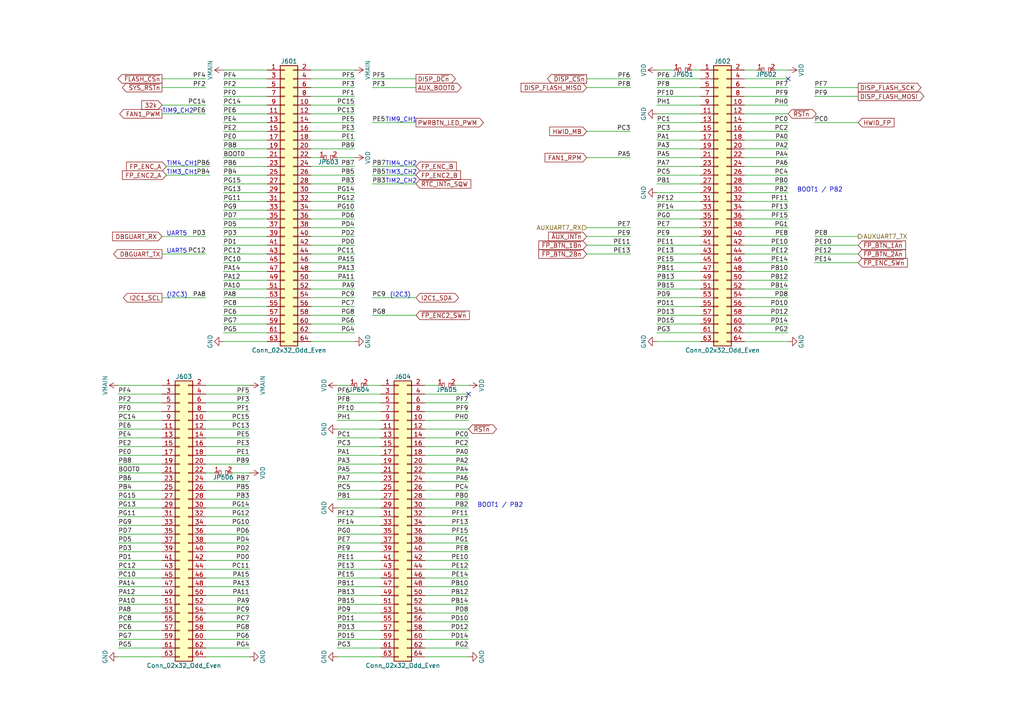
<source format=kicad_sch>
(kicad_sch (version 20211123) (generator eeschema)
  (paper "A4")
  (title_block (title "Connections to F429DISCO1 dev board") (date "2020-12-13") (rev "r0.1") (company "MaJo"))
  (lib_symbols
    (symbol "Connector_Generic:Conn_02x32_Odd_Even" (pin_names (offset 1.016) hide)
      (property "Reference" "J" (at 1.27 40.64 0))
      (property "Value" "Conn_02x32_Odd_Even" (at 1.27 -43.18 0))
      (symbol "Conn_02x32_Odd_Even_1_1"
        (rectangle (start -1.27 -40.513) (end 0 -40.767) (stroke (width 0.1524)))
        (rectangle (start -1.27 -37.973) (end 0 -38.227) (stroke (width 0.1524)))
        (rectangle (start -1.27 -35.433) (end 0 -35.687) (stroke (width 0.1524)))
        (rectangle (start -1.27 -32.893) (end 0 -33.147) (stroke (width 0.1524)))
        (rectangle (start -1.27 -30.353) (end 0 -30.607) (stroke (width 0.1524)))
        (rectangle (start -1.27 -27.813) (end 0 -28.067) (stroke (width 0.1524)))
        (rectangle (start -1.27 -25.273) (end 0 -25.527) (stroke (width 0.1524)))
        (rectangle (start -1.27 -22.733) (end 0 -22.987) (stroke (width 0.1524)))
        (rectangle (start -1.27 -20.193) (end 0 -20.447) (stroke (width 0.1524)))
        (rectangle (start -1.27 -17.653) (end 0 -17.907) (stroke (width 0.1524)))
        (rectangle (start -1.27 -15.113) (end 0 -15.367) (stroke (width 0.1524)))
        (rectangle (start -1.27 -12.573) (end 0 -12.827) (stroke (width 0.1524)))
        (rectangle (start -1.27 -10.033) (end 0 -10.287) (stroke (width 0.1524)))
        (rectangle (start -1.27 -7.493) (end 0 -7.747) (stroke (width 0.1524)))
        (rectangle (start -1.27 -4.953) (end 0 -5.207) (stroke (width 0.1524)))
        (rectangle (start -1.27 -2.413) (end 0 -2.667) (stroke (width 0.1524)))
        (rectangle (start -1.27 0.127) (end 0 -0.127) (stroke (width 0.1524)))
        (rectangle (start -1.27 2.667) (end 0 2.413) (stroke (width 0.1524)))
        (rectangle (start -1.27 5.207) (end 0 4.953) (stroke (width 0.1524)))
        (rectangle (start -1.27 7.747) (end 0 7.493) (stroke (width 0.1524)))
        (rectangle (start -1.27 10.287) (end 0 10.033) (stroke (width 0.1524)))
        (rectangle (start -1.27 12.827) (end 0 12.573) (stroke (width 0.1524)))
        (rectangle (start -1.27 15.367) (end 0 15.113) (stroke (width 0.1524)))
        (rectangle (start -1.27 17.907) (end 0 17.653) (stroke (width 0.1524)))
        (rectangle (start -1.27 20.447) (end 0 20.193) (stroke (width 0.1524)))
        (rectangle (start -1.27 22.987) (end 0 22.733) (stroke (width 0.1524)))
        (rectangle (start -1.27 25.527) (end 0 25.273) (stroke (width 0.1524)))
        (rectangle (start -1.27 28.067) (end 0 27.813) (stroke (width 0.1524)))
        (rectangle (start -1.27 30.607) (end 0 30.353) (stroke (width 0.1524)))
        (rectangle (start -1.27 33.147) (end 0 32.893) (stroke (width 0.1524)))
        (rectangle (start -1.27 35.687) (end 0 35.433) (stroke (width 0.1524)))
        (rectangle (start -1.27 38.227) (end 0 37.973) (stroke (width 0.1524)))
        (rectangle (start -1.27 39.37) (end 3.81 -41.91) (stroke (width 0.254)) (fill (type background)))
        (rectangle (start 3.81 -40.513) (end 2.54 -40.767) (stroke (width 0.1524)))
        (rectangle (start 3.81 -37.973) (end 2.54 -38.227) (stroke (width 0.1524)))
        (rectangle (start 3.81 -35.433) (end 2.54 -35.687) (stroke (width 0.1524)))
        (rectangle (start 3.81 -32.893) (end 2.54 -33.147) (stroke (width 0.1524)))
        (rectangle (start 3.81 -30.353) (end 2.54 -30.607) (stroke (width 0.1524)))
        (rectangle (start 3.81 -27.813) (end 2.54 -28.067) (stroke (width 0.1524)))
        (rectangle (start 3.81 -25.273) (end 2.54 -25.527) (stroke (width 0.1524)))
        (rectangle (start 3.81 -22.733) (end 2.54 -22.987) (stroke (width 0.1524)))
        (rectangle (start 3.81 -20.193) (end 2.54 -20.447) (stroke (width 0.1524)))
        (rectangle (start 3.81 -17.653) (end 2.54 -17.907) (stroke (width 0.1524)))
        (rectangle (start 3.81 -15.113) (end 2.54 -15.367) (stroke (width 0.1524)))
        (rectangle (start 3.81 -12.573) (end 2.54 -12.827) (stroke (width 0.1524)))
        (rectangle (start 3.81 -10.033) (end 2.54 -10.287) (stroke (width 0.1524)))
        (rectangle (start 3.81 -7.493) (end 2.54 -7.747) (stroke (width 0.1524)))
        (rectangle (start 3.81 -4.953) (end 2.54 -5.207) (stroke (width 0.1524)))
        (rectangle (start 3.81 -2.413) (end 2.54 -2.667) (stroke (width 0.1524)))
        (rectangle (start 3.81 0.127) (end 2.54 -0.127) (stroke (width 0.1524)))
        (rectangle (start 3.81 2.667) (end 2.54 2.413) (stroke (width 0.1524)))
        (rectangle (start 3.81 5.207) (end 2.54 4.953) (stroke (width 0.1524)))
        (rectangle (start 3.81 7.747) (end 2.54 7.493) (stroke (width 0.1524)))
        (rectangle (start 3.81 10.287) (end 2.54 10.033) (stroke (width 0.1524)))
        (rectangle (start 3.81 12.827) (end 2.54 12.573) (stroke (width 0.1524)))
        (rectangle (start 3.81 15.367) (end 2.54 15.113) (stroke (width 0.1524)))
        (rectangle (start 3.81 17.907) (end 2.54 17.653) (stroke (width 0.1524)))
        (rectangle (start 3.81 20.447) (end 2.54 20.193) (stroke (width 0.1524)))
        (rectangle (start 3.81 22.987) (end 2.54 22.733) (stroke (width 0.1524)))
        (rectangle (start 3.81 25.527) (end 2.54 25.273) (stroke (width 0.1524)))
        (rectangle (start 3.81 28.067) (end 2.54 27.813) (stroke (width 0.1524)))
        (rectangle (start 3.81 30.607) (end 2.54 30.353) (stroke (width 0.1524)))
        (rectangle (start 3.81 33.147) (end 2.54 32.893) (stroke (width 0.1524)))
        (rectangle (start 3.81 35.687) (end 2.54 35.433) (stroke (width 0.1524)))
        (rectangle (start 3.81 38.227) (end 2.54 37.973) (stroke (width 0.1524)))
        (pin passive line (at -5.08 38.1 0) (length 3.81) (name "Pin_1") (number "1"))
        (pin passive line (at 7.62 27.94 180) (length 3.81) (name "Pin_10") (number "10"))
        (pin passive line (at -5.08 25.4 0) (length 3.81) (name "Pin_11") (number "11"))
        (pin passive line (at 7.62 25.4 180) (length 3.81) (name "Pin_12") (number "12"))
        (pin passive line (at -5.08 22.86 0) (length 3.81) (name "Pin_13") (number "13"))
        (pin passive line (at 7.62 22.86 180) (length 3.81) (name "Pin_14") (number "14"))
        (pin passive line (at -5.08 20.32 0) (length 3.81) (name "Pin_15") (number "15"))
        (pin passive line (at 7.62 20.32 180) (length 3.81) (name "Pin_16") (number "16"))
        (pin passive line (at -5.08 17.78 0) (length 3.81) (name "Pin_17") (number "17"))
        (pin passive line (at 7.62 17.78 180) (length 3.81) (name "Pin_18") (number "18"))
        (pin passive line (at -5.08 15.24 0) (length 3.81) (name "Pin_19") (number "19"))
        (pin passive line (at 7.62 38.1 180) (length 3.81) (name "Pin_2") (number "2"))
        (pin passive line (at 7.62 15.24 180) (length 3.81) (name "Pin_20") (number "20"))
        (pin passive line (at -5.08 12.7 0) (length 3.81) (name "Pin_21") (number "21"))
        (pin passive line (at 7.62 12.7 180) (length 3.81) (name "Pin_22") (number "22"))
        (pin passive line (at -5.08 10.16 0) (length 3.81) (name "Pin_23") (number "23"))
        (pin passive line (at 7.62 10.16 180) (length 3.81) (name "Pin_24") (number "24"))
        (pin passive line (at -5.08 7.62 0) (length 3.81) (name "Pin_25") (number "25"))
        (pin passive line (at 7.62 7.62 180) (length 3.81) (name "Pin_26") (number "26"))
        (pin passive line (at -5.08 5.08 0) (length 3.81) (name "Pin_27") (number "27"))
        (pin passive line (at 7.62 5.08 180) (length 3.81) (name "Pin_28") (number "28"))
        (pin passive line (at -5.08 2.54 0) (length 3.81) (name "Pin_29") (number "29"))
        (pin passive line (at -5.08 35.56 0) (length 3.81) (name "Pin_3") (number "3"))
        (pin passive line (at 7.62 2.54 180) (length 3.81) (name "Pin_30") (number "30"))
        (pin passive line (at -5.08 0 0) (length 3.81) (name "Pin_31") (number "31"))
        (pin passive line (at 7.62 0 180) (length 3.81) (name "Pin_32") (number "32"))
        (pin passive line (at -5.08 -2.54 0) (length 3.81) (name "Pin_33") (number "33"))
        (pin passive line (at 7.62 -2.54 180) (length 3.81) (name "Pin_34") (number "34"))
        (pin passive line (at -5.08 -5.08 0) (length 3.81) (name "Pin_35") (number "35"))
        (pin passive line (at 7.62 -5.08 180) (length 3.81) (name "Pin_36") (number "36"))
        (pin passive line (at -5.08 -7.62 0) (length 3.81) (name "Pin_37") (number "37"))
        (pin passive line (at 7.62 -7.62 180) (length 3.81) (name "Pin_38") (number "38"))
        (pin passive line (at -5.08 -10.16 0) (length 3.81) (name "Pin_39") (number "39"))
        (pin passive line (at 7.62 35.56 180) (length 3.81) (name "Pin_4") (number "4"))
        (pin passive line (at 7.62 -10.16 180) (length 3.81) (name "Pin_40") (number "40"))
        (pin passive line (at -5.08 -12.7 0) (length 3.81) (name "Pin_41") (number "41"))
        (pin passive line (at 7.62 -12.7 180) (length 3.81) (name "Pin_42") (number "42"))
        (pin passive line (at -5.08 -15.24 0) (length 3.81) (name "Pin_43") (number "43"))
        (pin passive line (at 7.62 -15.24 180) (length 3.81) (name "Pin_44") (number "44"))
        (pin passive line (at -5.08 -17.78 0) (length 3.81) (name "Pin_45") (number "45"))
        (pin passive line (at 7.62 -17.78 180) (length 3.81) (name "Pin_46") (number "46"))
        (pin passive line (at -5.08 -20.32 0) (length 3.81) (name "Pin_47") (number "47"))
        (pin passive line (at 7.62 -20.32 180) (length 3.81) (name "Pin_48") (number "48"))
        (pin passive line (at -5.08 -22.86 0) (length 3.81) (name "Pin_49") (number "49"))
        (pin passive line (at -5.08 33.02 0) (length 3.81) (name "Pin_5") (number "5"))
        (pin passive line (at 7.62 -22.86 180) (length 3.81) (name "Pin_50") (number "50"))
        (pin passive line (at -5.08 -25.4 0) (length 3.81) (name "Pin_51") (number "51"))
        (pin passive line (at 7.62 -25.4 180) (length 3.81) (name "Pin_52") (number "52"))
        (pin passive line (at -5.08 -27.94 0) (length 3.81) (name "Pin_53") (number "53"))
        (pin passive line (at 7.62 -27.94 180) (length 3.81) (name "Pin_54") (number "54"))
        (pin passive line (at -5.08 -30.48 0) (length 3.81) (name "Pin_55") (number "55"))
        (pin passive line (at 7.62 -30.48 180) (length 3.81) (name "Pin_56") (number "56"))
        (pin passive line (at -5.08 -33.02 0) (length 3.81) (name "Pin_57") (number "57"))
        (pin passive line (at 7.62 -33.02 180) (length 3.81) (name "Pin_58") (number "58"))
        (pin passive line (at -5.08 -35.56 0) (length 3.81) (name "Pin_59") (number "59"))
        (pin passive line (at 7.62 33.02 180) (length 3.81) (name "Pin_6") (number "6"))
        (pin passive line (at 7.62 -35.56 180) (length 3.81) (name "Pin_60") (number "60"))
        (pin passive line (at -5.08 -38.1 0) (length 3.81) (name "Pin_61") (number "61"))
        (pin passive line (at 7.62 -38.1 180) (length 3.81) (name "Pin_62") (number "62"))
        (pin passive line (at -5.08 -40.64 0) (length 3.81) (name "Pin_63") (number "63"))
        (pin passive line (at 7.62 -40.64 180) (length 3.81) (name "Pin_64") (number "64"))
        (pin passive line (at -5.08 30.48 0) (length 3.81) (name "Pin_7") (number "7"))
        (pin passive line (at 7.62 30.48 180) (length 3.81) (name "Pin_8") (number "8"))
        (pin passive line (at -5.08 27.94 0) (length 3.81) (name "Pin_9") (number "9"))
      )
    )
    (symbol "customlib_mj:VMAIN" (power) (pin_names (offset 0))
      (property "Value" "VMAIN" (at 0 3.81 0))
      (symbol "VMAIN_0_1"
        (polyline (pts (xy -0.762 1.27) (xy 0 2.54)))
        (polyline (pts (xy 0 0) (xy 0 2.54)))
        (polyline (pts (xy 0 2.54) (xy 0.762 1.27)))
      )
      (symbol "VMAIN_1_1"
        (pin power_in line (at 0 0 90) (length 0) hide (name "VMAIN") (number "1"))
      )
    )
    (symbol "customlib_mj:dogbone_2_ud" (pin_names (offset 1.016))
      (property "Reference" "JP" (at 0 -1.905 0))
      (symbol "dogbone_2_ud_0_1"
        (rectangle (start -1.27 0.635) (end -0.635 -0.635))
        (rectangle (start 1.27 0.635) (end 0.635 -0.635))
      )
      (symbol "dogbone_2_ud_1_1"
        (pin passive line (at -2.54 0 0) (length 1.27) (name "~") (number "1"))
        (pin passive line (at 2.54 0 180) (length 1.27) (name "~") (number "2"))
      )
    )
    (symbol "power:GND" (power) (pin_names (offset 0))
      (property "Value" "GND" (at 0 -3.81 0))
      (symbol "GND_0_1"
        (polyline (pts (xy 0 0) (xy 0 -1.27) (xy 1.27 -1.27) (xy 0 -2.54) (xy -1.27 -1.27) (xy 0 -1.27)))
      )
      (symbol "GND_1_1"
        (pin power_in line (at 0 0 270) (length 0) hide (name "GND") (number "1"))
      )
    )
    (symbol "power:VDD" (power) (pin_names (offset 0))
      (property "Value" "VDD" (at 0 3.81 0))
      (symbol "VDD_0_1"
        (polyline (pts (xy -0.762 1.27) (xy 0 2.54)))
        (polyline (pts (xy 0 0) (xy 0 2.54)))
        (polyline (pts (xy 0 2.54) (xy 0.762 1.27)))
      )
      (symbol "VDD_1_1"
        (pin power_in line (at 0 0 90) (length 0) hide (name "VDD") (number "1"))
      )
    )
  )
  (no_connect (at 228.6 22.86))
  (no_connect (at 135.89 114.3))
  (wire (pts (xy 90.17 33.02) (xy 102.87 33.02)))
  (wire (pts (xy 123.19 167.64) (xy 135.89 167.64)))
  (wire (pts (xy 59.69 162.56) (xy 72.39 162.56)))
  (wire (pts (xy 90.17 38.1) (xy 102.87 38.1)))
  (wire (pts (xy 132.08 111.76) (xy 135.89 111.76)))
  (wire (pts (xy 203.2 91.44) (xy 190.5 91.44)))
  (wire (pts (xy 90.17 88.9) (xy 102.87 88.9)))
  (wire (pts (xy 215.9 60.96) (xy 228.6 60.96)))
  (wire (pts (xy 215.9 38.1) (xy 228.6 38.1)))
  (wire (pts (xy 123.19 111.76) (xy 127 111.76)))
  (wire (pts (xy 110.49 127) (xy 97.79 127)))
  (wire (pts (xy 123.19 134.62) (xy 135.89 134.62)))
  (wire (pts (xy 120.65 86.36) (xy 107.95 86.36)))
  (wire (pts (xy 46.99 160.02) (xy 34.29 160.02)))
  (wire (pts (xy 77.47 63.5) (xy 64.77 63.5)))
  (wire (pts (xy 77.47 68.58) (xy 64.77 68.58)))
  (wire (pts (xy 90.17 30.48) (xy 102.87 30.48)))
  (wire (pts (xy 203.2 25.4) (xy 190.5 25.4)))
  (wire (pts (xy 46.99 73.66) (xy 59.69 73.66)))
  (wire (pts (xy 59.69 144.78) (xy 72.39 144.78)))
  (wire (pts (xy 110.49 190.5) (xy 97.79 190.5)))
  (wire (pts (xy 46.99 190.5) (xy 34.29 190.5)))
  (wire (pts (xy 110.49 187.96) (xy 97.79 187.96)))
  (wire (pts (xy 59.69 185.42) (xy 72.39 185.42)))
  (wire (pts (xy 215.9 88.9) (xy 228.6 88.9)))
  (wire (pts (xy 203.2 60.96) (xy 190.5 60.96)))
  (wire (pts (xy 123.19 154.94) (xy 135.89 154.94)))
  (wire (pts (xy 215.9 50.8) (xy 228.6 50.8)))
  (wire (pts (xy 110.49 152.4) (xy 97.79 152.4)))
  (wire (pts (xy 46.99 127) (xy 34.29 127)))
  (wire (pts (xy 97.79 45.72) (xy 102.87 45.72)))
  (wire (pts (xy 215.9 25.4) (xy 228.6 25.4)))
  (wire (pts (xy 77.47 27.94) (xy 64.77 27.94)))
  (wire (pts (xy 215.9 55.88) (xy 228.6 55.88)))
  (wire (pts (xy 59.69 121.92) (xy 72.39 121.92)))
  (wire (pts (xy 215.9 99.06) (xy 228.6 99.06)))
  (wire (pts (xy 77.47 55.88) (xy 64.77 55.88)))
  (wire (pts (xy 59.69 152.4) (xy 72.39 152.4)))
  (wire (pts (xy 110.49 116.84) (xy 97.79 116.84)))
  (wire (pts (xy 90.17 71.12) (xy 102.87 71.12)))
  (wire (pts (xy 107.95 25.4) (xy 120.65 25.4)))
  (wire (pts (xy 77.47 76.2) (xy 64.77 76.2)))
  (wire (pts (xy 203.2 88.9) (xy 190.5 88.9)))
  (wire (pts (xy 203.2 71.12) (xy 190.5 71.12)))
  (wire (pts (xy 97.79 111.76) (xy 101.6 111.76)))
  (wire (pts (xy 90.17 58.42) (xy 102.87 58.42)))
  (wire (pts (xy 195.58 20.32) (xy 190.5 20.32)))
  (wire (pts (xy 215.9 63.5) (xy 228.6 63.5)))
  (wire (pts (xy 90.17 20.32) (xy 102.87 20.32)))
  (wire (pts (xy 59.69 111.76) (xy 72.39 111.76)))
  (wire (pts (xy 46.99 111.76) (xy 34.29 111.76)))
  (wire (pts (xy 59.69 139.7) (xy 72.39 139.7)))
  (wire (pts (xy 77.47 83.82) (xy 64.77 83.82)))
  (wire (pts (xy 59.69 116.84) (xy 72.39 116.84)))
  (wire (pts (xy 59.69 175.26) (xy 72.39 175.26)))
  (wire (pts (xy 215.9 93.98) (xy 228.6 93.98)))
  (wire (pts (xy 215.9 22.86) (xy 228.6 22.86)))
  (wire (pts (xy 215.9 66.04) (xy 228.6 66.04)))
  (wire (pts (xy 203.2 27.94) (xy 190.5 27.94)))
  (wire (pts (xy 46.99 22.86) (xy 59.69 22.86)))
  (wire (pts (xy 224.79 20.32) (xy 228.6 20.32)))
  (wire (pts (xy 215.9 58.42) (xy 228.6 58.42)))
  (wire (pts (xy 46.99 182.88) (xy 34.29 182.88)))
  (wire (pts (xy 203.2 63.5) (xy 190.5 63.5)))
  (wire (pts (xy 215.9 33.02) (xy 228.6 33.02)))
  (wire (pts (xy 203.2 38.1) (xy 190.5 38.1)))
  (wire (pts (xy 90.17 78.74) (xy 102.87 78.74)))
  (wire (pts (xy 236.22 76.2) (xy 248.92 76.2)))
  (wire (pts (xy 46.99 180.34) (xy 34.29 180.34)))
  (wire (pts (xy 110.49 162.56) (xy 97.79 162.56)))
  (wire (pts (xy 59.69 30.48) (xy 46.99 30.48)))
  (wire (pts (xy 59.69 172.72) (xy 72.39 172.72)))
  (wire (pts (xy 90.17 55.88) (xy 102.87 55.88)))
  (wire (pts (xy 182.88 45.72) (xy 170.18 45.72)))
  (wire (pts (xy 90.17 50.8) (xy 102.87 50.8)))
  (wire (pts (xy 90.17 27.94) (xy 102.87 27.94)))
  (wire (pts (xy 107.95 91.44) (xy 120.65 91.44)))
  (wire (pts (xy 182.88 73.66) (xy 170.18 73.66)))
  (wire (pts (xy 215.9 53.34) (xy 228.6 53.34)))
  (wire (pts (xy 203.2 22.86) (xy 190.5 22.86)))
  (wire (pts (xy 46.99 137.16) (xy 34.29 137.16)))
  (wire (pts (xy 215.9 68.58) (xy 228.6 68.58)))
  (wire (pts (xy 90.17 35.56) (xy 102.87 35.56)))
  (wire (pts (xy 110.49 147.32) (xy 97.79 147.32)))
  (wire (pts (xy 46.99 124.46) (xy 34.29 124.46)))
  (wire (pts (xy 46.99 119.38) (xy 34.29 119.38)))
  (wire (pts (xy 200.66 20.32) (xy 203.2 20.32)))
  (wire (pts (xy 123.19 170.18) (xy 135.89 170.18)))
  (wire (pts (xy 90.17 76.2) (xy 102.87 76.2)))
  (wire (pts (xy 59.69 149.86) (xy 72.39 149.86)))
  (wire (pts (xy 77.47 71.12) (xy 64.77 71.12)))
  (wire (pts (xy 90.17 81.28) (xy 102.87 81.28)))
  (wire (pts (xy 59.69 165.1) (xy 72.39 165.1)))
  (wire (pts (xy 203.2 76.2) (xy 190.5 76.2)))
  (wire (pts (xy 77.47 58.42) (xy 64.77 58.42)))
  (wire (pts (xy 77.47 35.56) (xy 64.77 35.56)))
  (wire (pts (xy 215.9 30.48) (xy 228.6 30.48)))
  (wire (pts (xy 46.99 134.62) (xy 34.29 134.62)))
  (wire (pts (xy 59.69 180.34) (xy 72.39 180.34)))
  (wire (pts (xy 77.47 86.36) (xy 64.77 86.36)))
  (wire (pts (xy 123.19 147.32) (xy 135.89 147.32)))
  (wire (pts (xy 110.49 175.26) (xy 97.79 175.26)))
  (wire (pts (xy 248.92 25.4) (xy 236.22 25.4)))
  (wire (pts (xy 59.69 154.94) (xy 72.39 154.94)))
  (wire (pts (xy 59.69 119.38) (xy 72.39 119.38)))
  (wire (pts (xy 107.95 53.34) (xy 120.65 53.34)))
  (wire (pts (xy 182.88 68.58) (xy 170.18 68.58)))
  (wire (pts (xy 46.99 167.64) (xy 34.29 167.64)))
  (wire (pts (xy 59.69 134.62) (xy 72.39 134.62)))
  (wire (pts (xy 215.9 45.72) (xy 228.6 45.72)))
  (wire (pts (xy 203.2 45.72) (xy 190.5 45.72)))
  (wire (pts (xy 203.2 93.98) (xy 190.5 93.98)))
  (wire (pts (xy 59.69 129.54) (xy 72.39 129.54)))
  (wire (pts (xy 123.19 190.5) (xy 135.89 190.5)))
  (wire (pts (xy 203.2 86.36) (xy 190.5 86.36)))
  (wire (pts (xy 123.19 165.1) (xy 135.89 165.1)))
  (wire (pts (xy 182.88 71.12) (xy 170.18 71.12)))
  (wire (pts (xy 46.99 177.8) (xy 34.29 177.8)))
  (wire (pts (xy 46.99 142.24) (xy 34.29 142.24)))
  (wire (pts (xy 90.17 40.64) (xy 102.87 40.64)))
  (wire (pts (xy 107.95 50.8) (xy 120.65 50.8)))
  (wire (pts (xy 248.92 68.58) (xy 236.22 68.58)))
  (wire (pts (xy 203.2 73.66) (xy 190.5 73.66)))
  (wire (pts (xy 59.69 86.36) (xy 46.99 86.36)))
  (wire (pts (xy 182.88 38.1) (xy 170.18 38.1)))
  (wire (pts (xy 46.99 170.18) (xy 34.29 170.18)))
  (wire (pts (xy 215.9 71.12) (xy 228.6 71.12)))
  (wire (pts (xy 106.68 111.76) (xy 110.49 111.76)))
  (wire (pts (xy 59.69 187.96) (xy 72.39 187.96)))
  (wire (pts (xy 90.17 60.96) (xy 102.87 60.96)))
  (wire (pts (xy 90.17 48.26) (xy 102.87 48.26)))
  (wire (pts (xy 46.99 172.72) (xy 34.29 172.72)))
  (wire (pts (xy 215.9 48.26) (xy 228.6 48.26)))
  (wire (pts (xy 110.49 182.88) (xy 97.79 182.88)))
  (wire (pts (xy 92.71 45.72) (xy 90.17 45.72)))
  (wire (pts (xy 215.9 35.56) (xy 228.6 35.56)))
  (wire (pts (xy 215.9 78.74) (xy 228.6 78.74)))
  (wire (pts (xy 59.69 147.32) (xy 72.39 147.32)))
  (wire (pts (xy 248.92 35.56) (xy 236.22 35.56)))
  (wire (pts (xy 203.2 33.02) (xy 190.5 33.02)))
  (wire (pts (xy 215.9 73.66) (xy 228.6 73.66)))
  (wire (pts (xy 77.47 66.04) (xy 64.77 66.04)))
  (wire (pts (xy 215.9 96.52) (xy 228.6 96.52)))
  (wire (pts (xy 59.69 25.4) (xy 46.99 25.4)))
  (wire (pts (xy 236.22 73.66) (xy 248.92 73.66)))
  (wire (pts (xy 123.19 149.86) (xy 135.89 149.86)))
  (wire (pts (xy 77.47 53.34) (xy 64.77 53.34)))
  (wire (pts (xy 59.69 137.16) (xy 62.23 137.16)))
  (wire (pts (xy 236.22 71.12) (xy 248.92 71.12)))
  (wire (pts (xy 123.19 142.24) (xy 135.89 142.24)))
  (wire (pts (xy 59.69 170.18) (xy 72.39 170.18)))
  (wire (pts (xy 203.2 66.04) (xy 190.5 66.04)))
  (wire (pts (xy 203.2 81.28) (xy 190.5 81.28)))
  (wire (pts (xy 123.19 129.54) (xy 135.89 129.54)))
  (wire (pts (xy 59.69 160.02) (xy 72.39 160.02)))
  (wire (pts (xy 123.19 152.4) (xy 135.89 152.4)))
  (wire (pts (xy 110.49 142.24) (xy 97.79 142.24)))
  (wire (pts (xy 110.49 114.3) (xy 97.79 114.3)))
  (wire (pts (xy 203.2 58.42) (xy 190.5 58.42)))
  (wire (pts (xy 59.69 127) (xy 72.39 127)))
  (wire (pts (xy 215.9 40.64) (xy 228.6 40.64)))
  (wire (pts (xy 110.49 139.7) (xy 97.79 139.7)))
  (wire (pts (xy 123.19 127) (xy 135.89 127)))
  (wire (pts (xy 46.99 157.48) (xy 34.29 157.48)))
  (wire (pts (xy 90.17 68.58) (xy 102.87 68.58)))
  (wire (pts (xy 77.47 45.72) (xy 64.77 45.72)))
  (wire (pts (xy 203.2 48.26) (xy 190.5 48.26)))
  (wire (pts (xy 123.19 177.8) (xy 135.89 177.8)))
  (wire (pts (xy 46.99 144.78) (xy 34.29 144.78)))
  (wire (pts (xy 77.47 48.26) (xy 64.77 48.26)))
  (wire (pts (xy 182.88 66.04) (xy 170.18 66.04)))
  (wire (pts (xy 123.19 160.02) (xy 135.89 160.02)))
  (wire (pts (xy 90.17 53.34) (xy 102.87 53.34)))
  (wire (pts (xy 203.2 96.52) (xy 190.5 96.52)))
  (wire (pts (xy 110.49 124.46) (xy 97.79 124.46)))
  (wire (pts (xy 77.47 25.4) (xy 64.77 25.4)))
  (wire (pts (xy 90.17 96.52) (xy 102.87 96.52)))
  (wire (pts (xy 203.2 68.58) (xy 190.5 68.58)))
  (wire (pts (xy 77.47 73.66) (xy 64.77 73.66)))
  (wire (pts (xy 77.47 88.9) (xy 64.77 88.9)))
  (wire (pts (xy 110.49 121.92) (xy 97.79 121.92)))
  (wire (pts (xy 110.49 129.54) (xy 97.79 129.54)))
  (wire (pts (xy 215.9 76.2) (xy 228.6 76.2)))
  (wire (pts (xy 110.49 177.8) (xy 97.79 177.8)))
  (wire (pts (xy 123.19 137.16) (xy 135.89 137.16)))
  (wire (pts (xy 90.17 99.06) (xy 102.87 99.06)))
  (wire (pts (xy 123.19 182.88) (xy 135.89 182.88)))
  (wire (pts (xy 123.19 185.42) (xy 135.89 185.42)))
  (wire (pts (xy 90.17 83.82) (xy 102.87 83.82)))
  (wire (pts (xy 90.17 66.04) (xy 102.87 66.04)))
  (wire (pts (xy 46.99 149.86) (xy 34.29 149.86)))
  (wire (pts (xy 48.26 50.8) (xy 60.96 50.8)))
  (wire (pts (xy 203.2 40.64) (xy 190.5 40.64)))
  (wire (pts (xy 170.18 22.86) (xy 182.88 22.86)))
  (wire (pts (xy 46.99 129.54) (xy 34.29 129.54)))
  (wire (pts (xy 215.9 86.36) (xy 228.6 86.36)))
  (wire (pts (xy 123.19 139.7) (xy 135.89 139.7)))
  (wire (pts (xy 182.88 25.4) (xy 170.18 25.4)))
  (wire (pts (xy 203.2 50.8) (xy 190.5 50.8)))
  (wire (pts (xy 77.47 81.28) (xy 64.77 81.28)))
  (wire (pts (xy 77.47 93.98) (xy 64.77 93.98)))
  (wire (pts (xy 46.99 165.1) (xy 34.29 165.1)))
  (wire (pts (xy 46.99 121.92) (xy 34.29 121.92)))
  (wire (pts (xy 59.69 132.08) (xy 72.39 132.08)))
  (wire (pts (xy 59.69 142.24) (xy 72.39 142.24)))
  (wire (pts (xy 46.99 116.84) (xy 34.29 116.84)))
  (wire (pts (xy 110.49 119.38) (xy 97.79 119.38)))
  (wire (pts (xy 123.19 144.78) (xy 135.89 144.78)))
  (wire (pts (xy 123.19 157.48) (xy 135.89 157.48)))
  (wire (pts (xy 123.19 175.26) (xy 135.89 175.26)))
  (wire (pts (xy 110.49 134.62) (xy 97.79 134.62)))
  (wire (pts (xy 60.96 48.26) (xy 48.26 48.26)))
  (wire (pts (xy 123.19 187.96) (xy 135.89 187.96)))
  (wire (pts (xy 203.2 43.18) (xy 190.5 43.18)))
  (wire (pts (xy 123.19 172.72) (xy 135.89 172.72)))
  (wire (pts (xy 77.47 20.32) (xy 64.77 20.32)))
  (wire (pts (xy 90.17 63.5) (xy 102.87 63.5)))
  (wire (pts (xy 107.95 48.26) (xy 120.65 48.26)))
  (wire (pts (xy 46.99 185.42) (xy 34.29 185.42)))
  (wire (pts (xy 123.19 116.84) (xy 135.89 116.84)))
  (wire (pts (xy 77.47 38.1) (xy 64.77 38.1)))
  (wire (pts (xy 203.2 35.56) (xy 190.5 35.56)))
  (wire (pts (xy 46.99 147.32) (xy 34.29 147.32)))
  (wire (pts (xy 77.47 91.44) (xy 64.77 91.44)))
  (wire (pts (xy 215.9 43.18) (xy 228.6 43.18)))
  (wire (pts (xy 215.9 83.82) (xy 228.6 83.82)))
  (wire (pts (xy 77.47 50.8) (xy 64.77 50.8)))
  (wire (pts (xy 110.49 154.94) (xy 97.79 154.94)))
  (wire (pts (xy 90.17 86.36) (xy 102.87 86.36)))
  (wire (pts (xy 46.99 154.94) (xy 34.29 154.94)))
  (wire (pts (xy 46.99 68.58) (xy 59.69 68.58)))
  (wire (pts (xy 203.2 53.34) (xy 190.5 53.34)))
  (wire (pts (xy 59.69 33.02) (xy 46.99 33.02)))
  (wire (pts (xy 90.17 93.98) (xy 102.87 93.98)))
  (wire (pts (xy 77.47 96.52) (xy 64.77 96.52)))
  (wire (pts (xy 90.17 91.44) (xy 102.87 91.44)))
  (wire (pts (xy 107.95 35.56) (xy 120.65 35.56)))
  (wire (pts (xy 110.49 170.18) (xy 97.79 170.18)))
  (wire (pts (xy 248.92 27.94) (xy 236.22 27.94)))
  (wire (pts (xy 77.47 33.02) (xy 64.77 33.02)))
  (wire (pts (xy 110.49 160.02) (xy 97.79 160.02)))
  (wire (pts (xy 59.69 124.46) (xy 72.39 124.46)))
  (wire (pts (xy 123.19 121.92) (xy 135.89 121.92)))
  (wire (pts (xy 123.19 132.08) (xy 135.89 132.08)))
  (wire (pts (xy 46.99 162.56) (xy 34.29 162.56)))
  (wire (pts (xy 123.19 162.56) (xy 135.89 162.56)))
  (wire (pts (xy 110.49 167.64) (xy 97.79 167.64)))
  (wire (pts (xy 110.49 149.86) (xy 97.79 149.86)))
  (wire (pts (xy 77.47 40.64) (xy 64.77 40.64)))
  (wire (pts (xy 67.31 137.16) (xy 72.39 137.16)))
  (wire (pts (xy 203.2 30.48) (xy 190.5 30.48)))
  (wire (pts (xy 46.99 187.96) (xy 34.29 187.96)))
  (wire (pts (xy 77.47 99.06) (xy 64.77 99.06)))
  (wire (pts (xy 59.69 190.5) (xy 72.39 190.5)))
  (wire (pts (xy 59.69 177.8) (xy 72.39 177.8)))
  (wire (pts (xy 110.49 185.42) (xy 97.79 185.42)))
  (wire (pts (xy 203.2 99.06) (xy 190.5 99.06)))
  (wire (pts (xy 110.49 157.48) (xy 97.79 157.48)))
  (wire (pts (xy 215.9 91.44) (xy 228.6 91.44)))
  (wire (pts (xy 215.9 81.28) (xy 228.6 81.28)))
  (wire (pts (xy 77.47 22.86) (xy 64.77 22.86)))
  (wire (pts (xy 110.49 137.16) (xy 97.79 137.16)))
  (wire (pts (xy 77.47 30.48) (xy 64.77 30.48)))
  (wire (pts (xy 90.17 22.86) (xy 102.87 22.86)))
  (wire (pts (xy 90.17 73.66) (xy 102.87 73.66)))
  (wire (pts (xy 110.49 180.34) (xy 97.79 180.34)))
  (wire (pts (xy 123.19 114.3) (xy 135.89 114.3)))
  (wire (pts (xy 59.69 167.64) (xy 72.39 167.64)))
  (wire (pts (xy 110.49 172.72) (xy 97.79 172.72)))
  (wire (pts (xy 215.9 27.94) (xy 228.6 27.94)))
  (wire (pts (xy 59.69 182.88) (xy 72.39 182.88)))
  (wire (pts (xy 219.71 20.32) (xy 215.9 20.32)))
  (wire (pts (xy 77.47 60.96) (xy 64.77 60.96)))
  (wire (pts (xy 123.19 180.34) (xy 135.89 180.34)))
  (wire (pts (xy 59.69 114.3) (xy 72.39 114.3)))
  (wire (pts (xy 77.47 43.18) (xy 64.77 43.18)))
  (wire (pts (xy 203.2 83.82) (xy 190.5 83.82)))
  (wire (pts (xy 90.17 25.4) (xy 102.87 25.4)))
  (wire (pts (xy 110.49 165.1) (xy 97.79 165.1)))
  (wire (pts (xy 203.2 55.88) (xy 190.5 55.88)))
  (wire (pts (xy 77.47 78.74) (xy 64.77 78.74)))
  (wire (pts (xy 59.69 157.48) (xy 72.39 157.48)))
  (wire (pts (xy 46.99 139.7) (xy 34.29 139.7)))
  (wire (pts (xy 90.17 43.18) (xy 102.87 43.18)))
  (wire (pts (xy 46.99 132.08) (xy 34.29 132.08)))
  (wire (pts (xy 123.19 119.38) (xy 135.89 119.38)))
  (wire (pts (xy 203.2 78.74) (xy 190.5 78.74)))
  (wire (pts (xy 107.95 22.86) (xy 120.65 22.86)))
  (wire (pts (xy 110.49 144.78) (xy 97.79 144.78)))
  (wire (pts (xy 123.19 124.46) (xy 135.89 124.46)))
  (wire (pts (xy 46.99 152.4) (xy 34.29 152.4)))
  (wire (pts (xy 46.99 114.3) (xy 34.29 114.3)))
  (wire (pts (xy 46.99 175.26) (xy 34.29 175.26)))
  (wire (pts (xy 110.49 132.08) (xy 97.79 132.08)))
  (text "TIM4_CH2" (at 111.76 48.26 0) (effects (font (size 1.27 1.27)) (justify left bottom)))
  (text "TIM4_CH1" (at 48.26 48.26 0) (effects (font (size 1.27 1.27)) (justify left bottom)))
  (text "TIM3_CH1" (at 48.26 50.8 0) (effects (font (size 1.27 1.27)) (justify left bottom)))
  (text "TIM3_CH2" (at 111.76 50.8 0) (effects (font (size 1.27 1.27)) (justify left bottom)))
  (text "UART5" (at 48.26 68.58 0) (effects (font (size 1.27 1.27)) (justify left bottom)))
  (text "UART5" (at 48.26 73.66 0) (effects (font (size 1.27 1.27)) (justify left bottom)))
  (text "TIM9_CH1" (at 111.76 35.56 0) (effects (font (size 1.27 1.27)) (justify left bottom)))
  (text "BOOT1 / PB2" (at 138.43 147.32 0) (effects (font (size 1.27 1.27)) (justify left bottom)))
  (text "(I2C3)" (at 48.26 86.36 0) (effects (font (size 1.27 1.27)) (justify left bottom)))
  (text "TIM2_CH2" (at 111.76 53.34 0) (effects (font (size 1.27 1.27)) (justify left bottom)))
  (text "BOOT1 / PB2" (at 231.14 55.88 0) (effects (font (size 1.27 1.27)) (justify left bottom)))
  (text "TIM9_CH2" (at 46.99 33.02 0) (effects (font (size 1.27 1.27)) (justify left bottom)))
  (text "(I2C3)" (at 113.03 86.36 0) (effects (font (size 1.27 1.27)) (justify left bottom)))
  (label "PA10" (at 64.77 83.82 0))
  (label "PC2" (at 228.6 38.1 180))
  (label "PG5" (at 64.77 96.52 0))
  (label "PB5" (at 102.87 50.8 180))
  (label "PC12" (at 59.69 73.66 180))
  (label "PE7" (at 97.79 157.48 0))
  (label "PB15" (at 190.5 83.82 0))
  (label "PF15" (at 228.6 63.5 180))
  (label "PE14" (at 236.22 76.2 0))
  (label "PH0" (at 135.89 121.92 180))
  (label "PA5" (at 97.79 137.16 0))
  (label "PA14" (at 34.29 170.18 0))
  (label "PD3" (at 59.69 68.58 180))
  (label "PE9" (at 182.88 68.58 180))
  (label "PF1" (at 72.39 119.38 180))
  (label "PD13" (at 97.79 182.88 0))
  (label "PC13" (at 72.39 124.46 180))
  (label "PE4" (at 64.77 35.56 0))
  (label "PD1" (at 34.29 162.56 0))
  (label "PE15" (at 97.79 167.64 0))
  (label "PC2" (at 135.89 129.54 180))
  (label "PD1" (at 64.77 71.12 0))
  (label "PD8" (at 135.89 177.8 180))
  (label "PD10" (at 135.89 180.34 180))
  (label "PG9" (at 34.29 152.4 0))
  (label "PE6" (at 59.69 33.02 180))
  (label "PF2" (at 34.29 116.84 0))
  (label "PF6" (at 97.79 114.3 0))
  (label "PE11" (at 190.5 71.12 0))
  (label "PE12" (at 236.22 73.66 0))
  (label "PA8" (at 59.69 86.36 180))
  (label "PC3" (at 182.88 38.1 180))
  (label "PF1" (at 102.87 27.94 180))
  (label "PE10" (at 228.6 71.12 180))
  (label "PD12" (at 228.6 91.44 180))
  (label "PG13" (at 64.77 55.88 0))
  (label "PF0" (at 64.77 27.94 0))
  (label "PB0" (at 135.89 144.78 180))
  (label "PA13" (at 72.39 170.18 180))
  (label "PC6" (at 34.29 182.88 0))
  (label "PC5" (at 97.79 142.24 0))
  (label "PF11" (at 135.89 149.86 180))
  (label "PB5" (at 107.95 50.8 0))
  (label "PC8" (at 34.29 180.34 0))
  (label "PE10" (at 236.22 71.12 0))
  (label "PF7" (at 135.89 116.84 180))
  (label "PE7" (at 190.5 66.04 0))
  (label "PB9" (at 72.39 134.62 180))
  (label "PC9" (at 107.95 86.36 0))
  (label "PA14" (at 64.77 78.74 0))
  (label "PA4" (at 135.89 137.16 180))
  (label "PB6" (at 60.96 48.26 180))
  (label "PD4" (at 102.87 66.04 180))
  (label "PD11" (at 190.5 88.9 0))
  (label "PD5" (at 34.29 157.48 0))
  (label "PD3" (at 64.77 68.58 0))
  (label "PD14" (at 228.6 93.98 180))
  (label "PF15" (at 135.89 154.94 180))
  (label "PB3" (at 107.95 53.34 0))
  (label "PB3" (at 102.87 53.34 180))
  (label "PC6" (at 64.77 91.44 0))
  (label "PE8" (at 135.89 160.02 180))
  (label "PG2" (at 228.6 96.52 180))
  (label "PA12" (at 64.77 81.28 0))
  (label "PF5" (at 107.95 22.86 0))
  (label "PA1" (at 190.5 40.64 0))
  (label "PC14" (at 59.69 30.48 180))
  (label "PC13" (at 102.87 33.02 180))
  (label "PH1" (at 97.79 121.92 0))
  (label "PG4" (at 72.39 187.96 180))
  (label "PG3" (at 97.79 187.96 0))
  (label "PA7" (at 97.79 139.7 0))
  (label "PD11" (at 97.79 180.34 0))
  (label "PF3" (at 72.39 116.84 180))
  (label "PF9" (at 228.6 27.94 180))
  (label "PB10" (at 135.89 170.18 180))
  (label "PC10" (at 64.77 76.2 0))
  (label "PG11" (at 34.29 149.86 0))
  (label "PD14" (at 135.89 185.42 180))
  (label "PF11" (at 228.6 58.42 180))
  (label "PG8" (at 102.87 91.44 180))
  (label "PB13" (at 97.79 172.72 0))
  (label "PC12" (at 34.29 165.1 0))
  (label "PD13" (at 190.5 91.44 0))
  (label "PC7" (at 72.39 180.34 180))
  (label "PD0" (at 72.39 162.56 180))
  (label "PB12" (at 135.89 172.72 180))
  (label "PG15" (at 64.77 53.34 0))
  (label "PB12" (at 228.6 81.28 180))
  (label "PG11" (at 64.77 58.42 0))
  (label "PE5" (at 72.39 127 180))
  (label "PA4" (at 228.6 45.72 180))
  (label "PF10" (at 97.79 119.38 0))
  (label "PG1" (at 135.89 157.48 180))
  (label "PB6" (at 34.29 139.7 0))
  (label "PB11" (at 97.79 170.18 0))
  (label "PG8" (at 72.39 182.88 180))
  (label "PC0" (at 236.22 35.56 0))
  (label "PG1" (at 228.6 66.04 180))
  (label "PC15" (at 102.87 30.48 180))
  (label "PG2" (at 135.89 187.96 180))
  (label "PE9" (at 190.5 68.58 0))
  (label "PB2" (at 135.89 147.32 180))
  (label "PA0" (at 135.89 132.08 180))
  (label "PB14" (at 228.6 83.82 180))
  (label "PC4" (at 228.6 50.8 180))
  (label "PF3" (at 102.87 25.4 180))
  (label "PB11" (at 190.5 78.74 0))
  (label "PA10" (at 34.29 175.26 0))
  (label "PF2" (at 59.69 25.4 180))
  (label "PD3" (at 34.29 160.02 0))
  (label "PG12" (at 102.87 58.42 180))
  (label "PG6" (at 72.39 185.42 180))
  (label "PF6" (at 182.88 22.86 180))
  (label "PA15" (at 102.87 76.2 180))
  (label "PC9" (at 72.39 177.8 180))
  (label "PE9" (at 97.79 160.02 0))
  (label "PE3" (at 72.39 129.54 180))
  (label "PC8" (at 64.77 88.9 0))
  (label "PE2" (at 34.29 129.54 0))
  (label "PF4" (at 59.69 22.86 180))
  (label "PE7" (at 182.88 66.04 180))
  (label "PF12" (at 190.5 58.42 0))
  (label "PC12" (at 64.77 73.66 0))
  (label "PF8" (at 97.79 116.84 0))
  (label "PE5" (at 107.95 35.56 0))
  (label "PH1" (at 190.5 30.48 0))
  (label "PG0" (at 97.79 154.94 0))
  (label "PC11" (at 102.87 73.66 180))
  (label "PD8" (at 228.6 86.36 180))
  (label "PE3" (at 102.87 38.1 180))
  (label "PG14" (at 72.39 147.32 180))
  (label "PC5" (at 190.5 50.8 0))
  (label "PD2" (at 102.87 68.58 180))
  (label "PE12" (at 135.89 165.1 180))
  (label "PF13" (at 135.89 152.4 180))
  (label "PE6" (at 34.29 124.46 0))
  (label "PF14" (at 190.5 60.96 0))
  (label "PG10" (at 102.87 60.96 180))
  (label "PB15" (at 97.79 175.26 0))
  (label "PE8" (at 228.6 68.58 180))
  (label "PC3" (at 190.5 38.1 0))
  (label "PC15" (at 72.39 121.92 180))
  (label "PF12" (at 97.79 149.86 0))
  (label "PC10" (at 34.29 167.64 0))
  (label "PE11" (at 97.79 162.56 0))
  (label "PA6" (at 135.89 139.7 180))
  (label "PG6" (at 102.87 93.98 180))
  (label "PE0" (at 34.29 132.08 0))
  (label "PF10" (at 190.5 27.94 0))
  (label "PC14" (at 64.77 30.48 0))
  (label "PA3" (at 190.5 43.18 0))
  (label "PF9" (at 135.89 119.38 180))
  (label "PC3" (at 97.79 129.54 0))
  (label "PF5" (at 102.87 22.86 180))
  (label "PF0" (at 34.29 119.38 0))
  (label "PA13" (at 102.87 78.74 180))
  (label "PA8" (at 64.77 86.36 0))
  (label "PD2" (at 72.39 160.02 180))
  (label "PA11" (at 72.39 172.72 180))
  (label "PE10" (at 135.89 162.56 180))
  (label "PE4" (at 34.29 127 0))
  (label "PC7" (at 102.87 88.9 180))
  (label "PA2" (at 135.89 134.62 180))
  (label "PD15" (at 190.5 93.98 0))
  (label "PC9" (at 102.87 86.36 180))
  (label "PA5" (at 190.5 45.72 0))
  (label "PE5" (at 102.87 35.56 180))
  (label "PG10" (at 72.39 152.4 180))
  (label "PF7" (at 228.6 25.4 180))
  (label "PF7" (at 236.22 25.4 0))
  (label "PB2" (at 228.6 55.88 180))
  (label "PB14" (at 135.89 175.26 180))
  (label "PC4" (at 135.89 142.24 180))
  (label "PE13" (at 190.5 73.66 0))
  (label "PB4" (at 34.29 142.24 0))
  (label "PA15" (at 72.39 167.64 180))
  (label "PB10" (at 228.6 78.74 180))
  (label "PG7" (at 64.77 93.98 0))
  (label "PF13" (at 228.6 60.96 180))
  (label "PB4" (at 64.77 50.8 0))
  (label "PB8" (at 64.77 43.18 0))
  (label "PF5" (at 72.39 114.3 180))
  (label "BOOT0" (at 34.29 137.16 0))
  (label "PE8" (at 236.22 68.58 0))
  (label "PA7" (at 190.5 48.26 0))
  (label "PG0" (at 190.5 63.5 0))
  (label "PF2" (at 64.77 25.4 0))
  (label "PE6" (at 64.77 33.02 0))
  (label "PE15" (at 190.5 76.2 0))
  (label "PF9" (at 236.22 27.94 0))
  (label "PD7" (at 64.77 63.5 0))
  (label "PB4" (at 60.96 50.8 180))
  (label "PA5" (at 182.88 45.72 180))
  (label "PC14" (at 34.29 121.92 0))
  (label "PG14" (at 102.87 55.88 180))
  (label "PE14" (at 228.6 76.2 180))
  (label "PB13" (at 190.5 81.28 0))
  (label "PD9" (at 97.79 177.8 0))
  (label "PC11" (at 72.39 165.1 180))
  (label "PF3" (at 107.95 25.4 0))
  (label "PB6" (at 64.77 48.26 0))
  (label "PE13" (at 97.79 165.1 0))
  (label "PF4" (at 34.29 114.3 0))
  (label "PE1" (at 72.39 132.08 180))
  (label "PG7" (at 34.29 185.42 0))
  (label "PD6" (at 72.39 154.94 180))
  (label "PA3" (at 97.79 134.62 0))
  (label "PA0" (at 228.6 40.64 180))
  (label "PF14" (at 97.79 152.4 0))
  (label "PH0" (at 228.6 30.48 180))
  (label "PB0" (at 228.6 53.34 180))
  (label "PA9" (at 72.39 175.26 180))
  (label "PB1" (at 97.79 144.78 0))
  (label "PA11" (at 102.87 81.28 180))
  (label "PG9" (at 64.77 60.96 0))
  (label "PB7" (at 72.39 139.7 180))
  (label "BOOT0" (at 64.77 45.72 0))
  (label "PE0" (at 64.77 40.64 0))
  (label "PE13" (at 182.88 73.66 180))
  (label "PB9" (at 102.87 43.18 180))
  (label "PF4" (at 64.77 22.86 0))
  (label "PF6" (at 190.5 22.86 0))
  (label "PE12" (at 228.6 73.66 180))
  (label "PC1" (at 97.79 127 0))
  (label "PE2" (at 64.77 38.1 0))
  (label "PB7" (at 107.95 48.26 0))
  (label "PF8" (at 182.88 25.4 180))
  (label "PB7" (at 102.87 48.26 180))
  (label "PD4" (at 72.39 157.48 180))
  (label "PD10" (at 228.6 88.9 180))
  (label "PD12" (at 135.89 182.88 180))
  (label "PD5" (at 64.77 66.04 0))
  (label "PC0" (at 135.89 127 180))
  (label "PC1" (at 190.5 35.56 0))
  (label "PG5" (at 34.29 187.96 0))
  (label "PD9" (at 190.5 86.36 0))
  (label "PD6" (at 102.87 63.5 180))
  (label "PG15" (at 34.29 144.78 0))
  (label "PA6" (at 228.6 48.26 180))
  (label "PE14" (at 135.89 167.64 180))
  (label "PG4" (at 102.87 96.52 180))
  (label "PE1" (at 102.87 40.64 180))
  (label "PG12" (at 72.39 149.86 180))
  (label "PB1" (at 190.5 53.34 0))
  (label "PD15" (at 97.79 185.42 0))
  (label "PA12" (at 34.29 172.72 0))
  (label "PG8" (at 107.95 91.44 0))
  (label "PG13" (at 34.29 147.32 0))
  (label "PA1" (at 97.79 132.08 0))
  (label "PB3" (at 72.39 144.78 180))
  (label "PD7" (at 34.29 154.94 0))
  (label "PG3" (at 190.5 96.52 0))
  (label "PB8" (at 34.29 134.62 0))
  (label "PA9" (at 102.87 83.82 180))
  (label "PD0" (at 102.87 71.12 180))
  (label "PF8" (at 190.5 25.4 0))
  (label "PB5" (at 72.39 142.24 180))
  (label "PC0" (at 228.6 35.56 180))
  (label "PA8" (at 34.29 177.8 0))
  (label "PA2" (at 228.6 43.18 180))
  (label "PE11" (at 182.88 71.12 180))
  (global_label "DISP_FLASH_SCK" (shape output) (at 248.92 25.4 0) (property "Intersheet References" "${INTERSHEET_REFS}" (effects hide)))
  (global_label "DISP_FLASH_MISO" (shape input) (at 170.18 25.4 180) (property "Intersheet References" "${INTERSHEET_REFS}" (effects hide)))
  (global_label "~{SYS_RSTn}" (shape output) (at 46.99 25.4 180) (property "Intersheet References" "${INTERSHEET_REFS}" (effects hide)))
  (global_label "FP_ENC2_A" (shape input) (at 48.26 50.8 180) (property "Intersheet References" "${INTERSHEET_REFS}" (effects hide)))
  (global_label "~{RSTn}" (shape bidirectional) (at 228.6 33.02 0) (property "Intersheet References" "${INTERSHEET_REFS}" (effects hide)))
  (global_label "FP_ENC_A" (shape input) (at 48.26 48.26 180) (property "Intersheet References" "${INTERSHEET_REFS}" (effects hide)))
  (global_label "HWID_MB" (shape input) (at 170.18 38.1 180) (property "Intersheet References" "${INTERSHEET_REFS}" (effects hide)))
  (global_label "DISP_D~{Cn}" (shape output) (at 120.65 22.86 0) (property "Intersheet References" "${INTERSHEET_REFS}" (effects hide)))
  (global_label "~{FP_ENC2_SWn}" (shape input) (at 120.65 91.44 0) (property "Intersheet References" "${INTERSHEET_REFS}" (effects hide)))
  (global_label "DBGUART_TX" (shape output) (at 46.99 73.66 180) (property "Intersheet References" "${INTERSHEET_REFS}" (effects hide)))
  (global_label "~{AUX_INTn}" (shape input) (at 170.18 68.58 180) (property "Intersheet References" "${INTERSHEET_REFS}" (effects hide)))
  (global_label "AUX_BOOT0" (shape output) (at 120.65 25.4 0) (property "Intersheet References" "${INTERSHEET_REFS}" (effects hide)))
  (global_label "~{DISP_CSn}" (shape output) (at 170.18 22.86 180) (property "Intersheet References" "${INTERSHEET_REFS}" (effects hide)))
  (global_label "~{FP_BTN_2An}" (shape input) (at 248.92 73.66 0) (property "Intersheet References" "${INTERSHEET_REFS}" (effects hide)))
  (global_label "HWID_FP" (shape input) (at 248.92 35.56 0) (property "Intersheet References" "${INTERSHEET_REFS}" (effects hide)))
  (global_label "32k" (shape input) (at 46.99 30.48 180) (property "Intersheet References" "${INTERSHEET_REFS}" (effects hide)))
  (global_label "FAN1_PWM" (shape output) (at 46.99 33.02 180) (property "Intersheet References" "${INTERSHEET_REFS}" (effects hide)))
  (global_label "~{RSTn}" (shape bidirectional) (at 135.89 124.46 0) (property "Intersheet References" "${INTERSHEET_REFS}" (effects hide)))
  (global_label "FP_ENC2_B" (shape input) (at 120.65 50.8 0) (property "Intersheet References" "${INTERSHEET_REFS}" (effects hide)))
  (global_label "I2C1_SDA" (shape bidirectional) (at 120.65 86.36 0) (property "Intersheet References" "${INTERSHEET_REFS}" (effects hide)))
  (global_label "~{FP_ENC_SWn}" (shape input) (at 248.92 76.2 0) (property "Intersheet References" "${INTERSHEET_REFS}" (effects hide)))
  (global_label "~{FP_BTN_2Bn}" (shape input) (at 170.18 73.66 180) (property "Intersheet References" "${INTERSHEET_REFS}" (effects hide)))
  (global_label "FAN1_RPM" (shape input) (at 170.18 45.72 180) (property "Intersheet References" "${INTERSHEET_REFS}" (effects hide)))
  (global_label "PWRBTN_LED_PWM" (shape output) (at 120.65 35.56 0) (property "Intersheet References" "${INTERSHEET_REFS}" (effects hide)))
  (global_label "~{FP_BTN_1Bn}" (shape input) (at 170.18 71.12 180) (property "Intersheet References" "${INTERSHEET_REFS}" (effects hide)))
  (global_label "DBGUART_RX" (shape input) (at 46.99 68.58 180) (property "Intersheet References" "${INTERSHEET_REFS}" (effects hide)))
  (global_label "DISP_FLASH_MOSI" (shape output) (at 248.92 27.94 0) (property "Intersheet References" "${INTERSHEET_REFS}" (effects hide)))
  (global_label "~{FP_BTN_1An}" (shape input) (at 248.92 71.12 0) (property "Intersheet References" "${INTERSHEET_REFS}" (effects hide)))
  (global_label "I2C1_SCL" (shape output) (at 46.99 86.36 180) (property "Intersheet References" "${INTERSHEET_REFS}" (effects hide)))
  (global_label "~{FLASH_CSn}" (shape output) (at 46.99 22.86 180) (property "Intersheet References" "${INTERSHEET_REFS}" (effects hide)))
  (global_label "FP_ENC_B" (shape input) (at 120.65 48.26 0) (property "Intersheet References" "${INTERSHEET_REFS}" (effects hide)))
  (global_label "~{RTC_INTn}_SQW" (shape input) (at 120.65 53.34 0) (property "Intersheet References" "${INTERSHEET_REFS}" (effects hide)))
  (hierarchical_label "AUXUART7_TX" (shape output) (at 248.92 68.58 0))
  (hierarchical_label "AUXUART7_RX" (shape input) (at 170.18 66.04 180))
  (symbol (lib_id "customlib_mj:dogbone_2_ud") (at 104.14 111.76 0) (unit 1)
    (property "Reference" "JP604" (at 104.14 113.03 0))
    (property "Value" "dogbone_2_ud" (effects hide))
    (property "Footprint" "customlib_mj_fp:db2_ud_0402" (effects hide))
  )
  (symbol (lib_id "customlib_mj:dogbone_2_ud") (at 129.54 111.76 0) (unit 1)
    (property "Reference" "JP605" (at 129.54 113.03 0))
    (property "Value" "dogbone_2_ud" (effects hide))
    (property "Footprint" "customlib_mj_fp:db2_ud_0402" (effects hide))
  )
  (symbol (lib_id "customlib_mj:dogbone_2_ud") (at 64.77 137.16 0) (unit 1)
    (property "Reference" "JP606" (at 64.77 138.43 0))
    (property "Value" "dogbone_2_ud" (effects hide))
    (property "Footprint" "customlib_mj_fp:db2_ud_0402" (effects hide))
  )
  (symbol (lib_id "Connector_Generic:Conn_02x32_Odd_Even") (at 82.55 58.42 0) (unit 1)
    (property "Reference" "J601" (at 83.82 17.78 0))
    (property "Value" "Conn_02x32_Odd_Even" (at 83.82 101.6 0))
    (property "Footprint" "Connector_PinSocket_2.54mm:PinSocket_2x32_P2.54mm_Vertical" (effects hide))
  )
  (symbol (lib_id "Connector_Generic:Conn_02x32_Odd_Even") (at 208.28 58.42 0) (unit 1)
    (property "Reference" "J602" (at 209.55 17.78 0))
    (property "Value" "Conn_02x32_Odd_Even" (at 209.55 101.6 0))
    (property "Footprint" "Connector_PinSocket_2.54mm:PinSocket_2x32_P2.54mm_Vertical" (effects hide))
  )
  (symbol (lib_id "customlib_mj:VMAIN") (at 64.77 20.32 90) (unit 1)
    (property "Reference" "#PWR0601" (effects hide))
    (property "Value" "VMAIN" (at 60.96 20.32 0))
  )
  (symbol (lib_id "customlib_mj:VMAIN") (at 102.87 20.32 270) (unit 1)
    (property "Reference" "#PWR0602" (effects hide))
    (property "Value" "VMAIN" (at 106.68 20.32 0))
  )
  (symbol (lib_id "power:GND") (at 102.87 99.06 90) (unit 1)
    (property "Reference" "#PWR0609" (effects hide))
    (property "Value" "GND" (at 106.68 99.06 0))
  )
  (symbol (lib_id "power:GND") (at 64.77 99.06 270) (unit 1)
    (property "Reference" "#PWR0608" (effects hide))
    (property "Value" "GND" (at 60.96 99.06 0))
  )
  (symbol (lib_id "power:GND") (at 190.5 99.06 270) (unit 1)
    (property "Reference" "#PWR0610" (effects hide))
    (property "Value" "GND" (at 186.69 99.06 0))
  )
  (symbol (lib_id "power:GND") (at 228.6 99.06 90) (unit 1)
    (property "Reference" "#PWR0611" (effects hide))
    (property "Value" "GND" (at 232.41 99.06 0))
  )
  (symbol (lib_id "power:GND") (at 190.5 55.88 270) (unit 1)
    (property "Reference" "#PWR0607" (effects hide))
    (property "Value" "GND" (at 186.69 55.88 0))
  )
  (symbol (lib_id "power:GND") (at 190.5 33.02 270) (unit 1)
    (property "Reference" "#PWR0605" (effects hide))
    (property "Value" "GND" (at 186.69 33.02 0))
  )
  (symbol (lib_id "power:VDD") (at 102.87 45.72 270) (unit 1)
    (property "Reference" "#PWR0606" (effects hide))
    (property "Value" "VDD" (at 106.68 45.72 0))
  )
  (symbol (lib_id "power:VDD") (at 228.6 20.32 270) (unit 1)
    (property "Reference" "#PWR0604" (effects hide))
    (property "Value" "VDD" (at 232.41 20.32 0))
  )
  (symbol (lib_id "power:VDD") (at 190.5 20.32 90) (unit 1)
    (property "Reference" "#PWR0603" (effects hide))
    (property "Value" "VDD" (at 186.69 20.32 0))
  )
  (symbol (lib_id "Connector_Generic:Conn_02x32_Odd_Even") (at 52.07 149.86 0) (unit 1)
    (property "Reference" "J603" (at 53.34 109.22 0))
    (property "Value" "Conn_02x32_Odd_Even" (at 53.34 193.04 0))
    (property "Footprint" "Connector_PinHeader_2.54mm:PinHeader_2x32_P2.54mm_Vertical" (effects hide))
  )
  (symbol (lib_id "Connector_Generic:Conn_02x32_Odd_Even") (at 115.57 149.86 0) (unit 1)
    (property "Reference" "J604" (at 116.84 109.22 0))
    (property "Value" "Conn_02x32_Odd_Even" (at 116.84 193.04 0))
    (property "Footprint" "Connector_PinHeader_2.54mm:PinHeader_2x32_P2.54mm_Vertical" (effects hide))
  )
  (symbol (lib_id "customlib_mj:VMAIN") (at 34.29 111.76 90) (unit 1)
    (property "Reference" "#PWR0612" (effects hide))
    (property "Value" "VMAIN" (at 30.48 111.76 0))
  )
  (symbol (lib_id "customlib_mj:VMAIN") (at 72.39 111.76 270) (unit 1)
    (property "Reference" "#PWR0613" (effects hide))
    (property "Value" "VMAIN" (at 76.2 111.76 0))
  )
  (symbol (lib_id "power:GND") (at 72.39 190.5 90) (unit 1)
    (property "Reference" "#PWR0620" (effects hide))
    (property "Value" "GND" (at 76.2 190.5 0))
  )
  (symbol (lib_id "power:GND") (at 34.29 190.5 270) (unit 1)
    (property "Reference" "#PWR0619" (effects hide))
    (property "Value" "GND" (at 30.48 190.5 0))
  )
  (symbol (lib_id "power:GND") (at 97.79 190.5 270) (unit 1)
    (property "Reference" "#PWR0621" (effects hide))
    (property "Value" "GND" (at 93.98 190.5 0))
  )
  (symbol (lib_id "power:GND") (at 135.89 190.5 90) (unit 1)
    (property "Reference" "#PWR0622" (effects hide))
    (property "Value" "GND" (at 139.7 190.5 0))
  )
  (symbol (lib_id "power:GND") (at 97.79 147.32 270) (unit 1)
    (property "Reference" "#PWR0618" (effects hide))
    (property "Value" "GND" (at 93.98 147.32 0))
  )
  (symbol (lib_id "power:GND") (at 97.79 124.46 270) (unit 1)
    (property "Reference" "#PWR0616" (effects hide))
    (property "Value" "GND" (at 93.98 124.46 0))
  )
  (symbol (lib_id "power:VDD") (at 72.39 137.16 270) (unit 1)
    (property "Reference" "#PWR0617" (effects hide))
    (property "Value" "VDD" (at 76.2 137.16 0))
  )
  (symbol (lib_id "power:VDD") (at 135.89 111.76 270) (unit 1)
    (property "Reference" "#PWR0615" (effects hide))
    (property "Value" "VDD" (at 139.7 111.76 0))
  )
  (symbol (lib_id "power:VDD") (at 97.79 111.76 90) (unit 1)
    (property "Reference" "#PWR0614" (effects hide))
    (property "Value" "VDD" (at 93.98 111.76 0))
  )
  (symbol (lib_id "customlib_mj:dogbone_2_ud") (at 95.25 45.72 0) (unit 1)
    (property "Reference" "JP603" (at 95.25 46.99 0))
    (property "Value" "dogbone_2_ud" (effects hide))
    (property "Footprint" "customlib_mj_fp:db2_ud_0402" (effects hide))
  )
  (symbol (lib_id "customlib_mj:dogbone_2_ud") (at 198.12 20.32 0) (unit 1)
    (property "Reference" "JP601" (at 198.12 21.59 0))
    (property "Value" "dogbone_2_ud" (effects hide))
    (property "Footprint" "customlib_mj_fp:db2_ud_0402" (effects hide))
  )
  (symbol (lib_id "customlib_mj:dogbone_2_ud") (at 222.25 20.32 0) (unit 1)
    (property "Reference" "JP602" (at 222.25 21.59 0))
    (property "Value" "dogbone_2_ud" (effects hide))
    (property "Footprint" "customlib_mj_fp:db2_ud_0402" (effects hide))
  )
)
</source>
